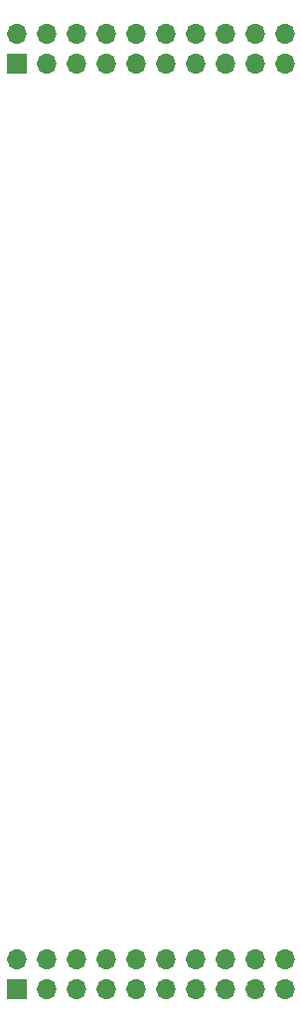
<source format=gbr>
G04 #@! TF.GenerationSoftware,KiCad,Pcbnew,7.99.0-unknown-099e5dd9e7~172~ubuntu22.04.1*
G04 #@! TF.CreationDate,2023-10-11T09:46:22+02:00*
G04 #@! TF.ProjectId,stm32u5a9zjt6q,73746d33-3275-4356-9139-7a6a7436712e,rev?*
G04 #@! TF.SameCoordinates,Original*
G04 #@! TF.FileFunction,Soldermask,Top*
G04 #@! TF.FilePolarity,Negative*
%FSLAX46Y46*%
G04 Gerber Fmt 4.6, Leading zero omitted, Abs format (unit mm)*
G04 Created by KiCad (PCBNEW 7.99.0-unknown-099e5dd9e7~172~ubuntu22.04.1) date 2023-10-11 09:46:22*
%MOMM*%
%LPD*%
G01*
G04 APERTURE LIST*
%ADD10R,1.700000X1.700000*%
%ADD11O,1.700000X1.700000*%
G04 APERTURE END LIST*
D10*
X81280000Y-147320000D03*
D11*
X81280000Y-144780000D03*
X83820000Y-147320000D03*
X83820000Y-144780000D03*
X86360000Y-147320000D03*
X86360000Y-144780000D03*
X88900000Y-147320000D03*
X88900000Y-144780000D03*
X91440000Y-147320000D03*
X91440000Y-144780000D03*
X93980000Y-147320000D03*
X93980000Y-144780000D03*
X96520000Y-147320000D03*
X96520000Y-144780000D03*
X99060000Y-147320000D03*
X99060000Y-144780000D03*
X101600000Y-147320000D03*
X101600000Y-144780000D03*
X104140000Y-147320000D03*
X104140000Y-144780000D03*
D10*
X81280000Y-68580000D03*
D11*
X81280000Y-66040000D03*
X83820000Y-68580000D03*
X83820000Y-66040000D03*
X86360000Y-68580000D03*
X86360000Y-66040000D03*
X88900000Y-68580000D03*
X88900000Y-66040000D03*
X91440000Y-68580000D03*
X91440000Y-66040000D03*
X93980000Y-68580000D03*
X93980000Y-66040000D03*
X96520000Y-68580000D03*
X96520000Y-66040000D03*
X99060000Y-68580000D03*
X99060000Y-66040000D03*
X101600000Y-68580000D03*
X101600000Y-66040000D03*
X104140000Y-68580000D03*
X104140000Y-66040000D03*
M02*

</source>
